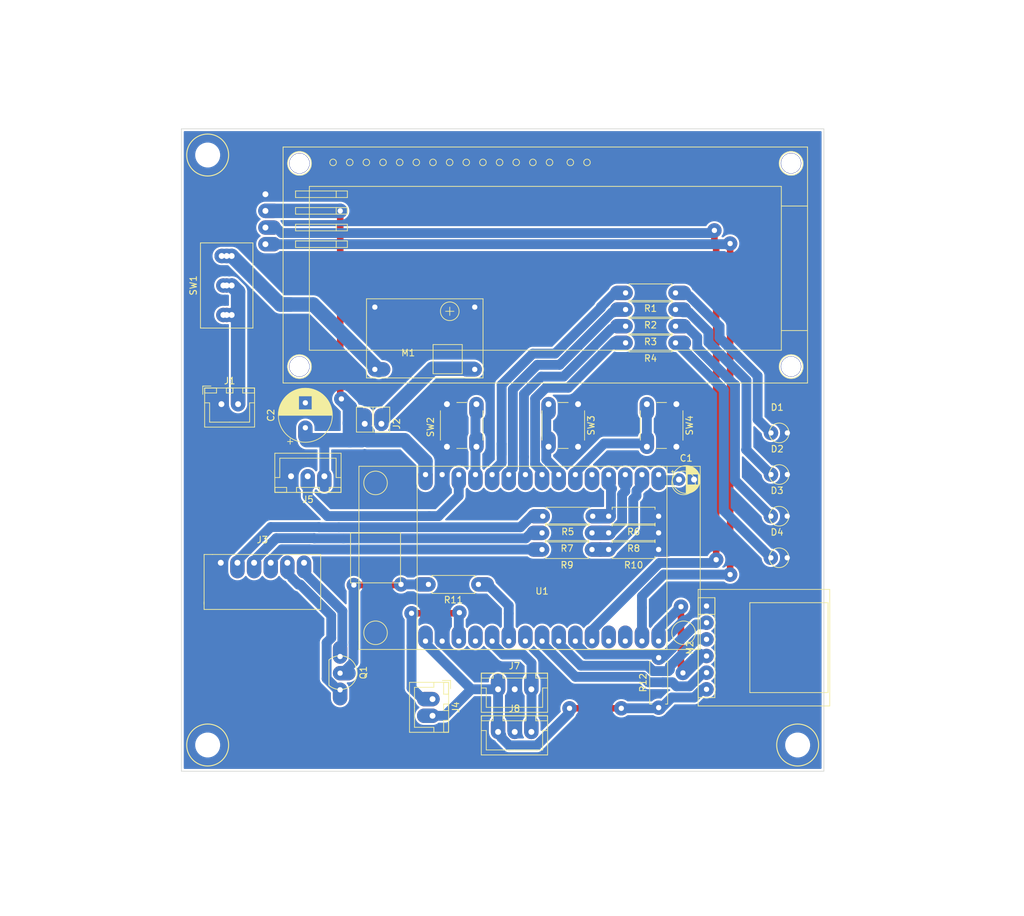
<source format=kicad_pcb>
(kicad_pcb (version 20171130) (host pcbnew "(5.1.6)-1")
  (layers (0 F.Cu signal) (31 B.Cu signal) (34 B.Paste user) (35 F.Paste user) (36 B.SilkS user) (37 F.SilkS user) (38 B.Mask user) (39 F.Mask user) (44 Edge.Cuts user))
  (net 0 "")
  (net 1 "Net-(C1-Pad1)")
  (net 2 GND)
  (net 3 +5V)
  (net 4 LED_GREEN)
  (net 5 LED_YELLOW)
  (net 6 LED_RED)
  (net 7 LED_BLUE)
  (net 8 "Net-(J2-Pad1)")
  (net 9 FAN_DIODE+)
  (net 10 FAN-)
  (net 11 DIAG_DIODE)
  (net 12 C2)
  (net 13 T)
  (net 14 +3V3)
  (net 15 MECH_THERM)
  (net 16 EXT_LED)
  (net 17 SDA)
  (net 18 SCL)
  (net 19 ONE_WIRE)
  (net 20 "Net-(M1-Pad4)")
  (net 21 MISO)
  (net 22 SCLK)
  (net 23 MOSI)
  (net 24 SD_CS)
  (net 25 "Net-(Q1-Pad2)")
  (net 26 S_PLUS)
  (net 27 S_FAN)
  (net 28 S_DIODE)
  (net 29 PWM)
  (net 30 BUTTON1)
  (net 31 BUTTON2)
  (net 32 BUTTON3)
  (net 33 "Net-(U1-Pad11)")
  (net 34 "Net-(U1-Pad18)")
  (net 35 "Net-(U1-Pad19)")
  (net 36 "Net-(U1-Pad27)")
  (net 37 "Net-(D1-Pad2)")
  (net 38 "Net-(D2-Pad2)")
  (net 39 "Net-(D3-Pad2)")
  (net 40 "Net-(D4-Pad2)")
  (net 41 "Net-(J1-Pad2)")
  (net 42 "Net-(U1-Pad24)")
  (module 0_my_footprints:myMountingHole_3.2mm_M3 (layer F.Cu) (at 52 30)
    (fp_text reference REF**)
    (fp_text value myMountingHole_3.2mm_M3)
    (pad "" np_thru_hole circle (at 0 0) (size 3.2 3.2) (drill 3.2) (layers *.Cu *.Mask))
  )
  (module 0_my_footprints:myMountingHole_3.2mm_M3 (layer F.Cu) (at 142 120)
    (fp_text reference REF**)
    (fp_text value myMountingHole_3.2mm_M3)
    (pad "" np_thru_hole circle (at 0 0) (size 3.2 3.2) (drill 3.2) (layers *.Cu *.Mask))
  )
  (module 0_my_footprints:SDCardReader (layer F.Cu) (at 128.1 98.8 270)
    (fp_text reference M2 (at 6.35 2.54 90) (layer F.SilkS))
    (fp_text value SD_TYP0)
    (pad 1 thru_hole circle (at 0 0 270) (size 2.2 2.2) (drill 0.8) (layers *.Cu *.Mask) (net 2 GND))
    (pad 2 thru_hole circle (at 2.54 0 270) (size 2.2 2.2) (drill 0.8) (layers *.Cu *.Mask) (net 21 MISO))
    (pad 3 thru_hole circle (at 5.08 0 270) (size 2.2 2.2) (drill 0.8) (layers *.Cu *.Mask) (net 22 SCLK))
    (pad 4 thru_hole circle (at 7.62 0 270) (size 2.2 2.2) (drill 0.8) (layers *.Cu *.Mask) (net 23 MOSI))
    (pad 5 thru_hole circle (at 10.16 0 270) (size 2.2 2.2) (drill 0.8) (layers *.Cu *.Mask) (net 24 SD_CS))
    (pad 6 thru_hole circle (at 12.7 0 270) (size 2.2 2.2) (drill 0.8) (layers *.Cu *.Mask) (net 14 +3V3))
  )
  (module 0_my_footprints:myMountingHole_3.2mm_M3 (layer F.Cu) (at 52 120)
    (fp_text reference REF**)
    (fp_text value myMountingHole_3.2mm_M3)
    (pad "" np_thru_hole circle (at 0 0) (size 3.2 3.2) (drill 3.2) (layers *.Cu *.Mask))
  )
  (module 0_my_footprints2:myLCD_2x16 (layer F.Cu) (at 63.5 64.77)
    (fp_text reference J6)
    (fp_text value LCD)
    (pad 1 thru_hole oval (at -2.69 -28.79) (size 3.47 2.2) (drill 0.9 (offset 0.635 0)) (layers *.Cu *.Mask) (net 2 GND))
    (pad 2 thru_hole oval (at -2.69 -26.25) (size 3.47 2.2) (drill 0.9 (offset 0.635 0)) (layers *.Cu *.Mask) (net 3 +5V))
    (pad 3 thru_hole oval (at -2.69 -23.71) (size 3.47 2.2) (drill 0.9 (offset 0.635 0)) (layers *.Cu *.Mask) (net 17 SDA))
    (pad 4 thru_hole oval (at -2.69 -21.17) (size 3.47 2.2) (drill 0.9 (offset 0.635 0)) (layers *.Cu *.Mask) (net 18 SCL))
    (pad ~ thru_hole circle (at 2.5 -33.5) (size 3.1 3.1) (drill 3) (layers *.Cu B.Mask))
    (pad ~ thru_hole circle (at 2.49 -2.51) (size 3.1 3.1) (drill 3) (layers *.Cu B.Mask))
    (pad ~ thru_hole circle (at 77.49 -2.51) (size 3.1 3.1) (drill 3) (layers *.Cu B.Mask))
    (pad ~ thru_hole circle (at 77.49 -33.51) (size 3.1 3.1) (drill 3) (layers *.Cu B.Mask))
  )
  (module 0_my_footprints:CP_my10uf (layer F.Cu) (at 124 79.5)
    (fp_text reference C1 (at 1 -3.25) (layer F.SilkS))
    (fp_text value 4.7uf)
    (pad 1 thru_hole circle (at -0.1 0) (size 1.9 1.9) (drill 0.9) (layers *.Cu *.Mask) (net 1 "Net-(C1-Pad1)"))
    (pad 2 thru_hole circle (at 2.2 0) (size 1.9 1.9) (drill 0.9) (layers *.Cu *.Mask) (net 2 GND))
  )
  (module 0_my_footprints2:CP_my100uf (layer F.Cu) (at 66.9 71.6 90)
    (fp_text reference C2 (at 1.9 -5.25 90) (layer F.SilkS))
    (fp_text value 100uf)
    (pad 1 thru_hole oval (at 0 0 90) (size 3.47 2.2) (drill 0.8 (offset -0.635 0)) (layers *.Cu *.Mask) (net 3 +5V))
    (pad 2 thru_hole oval (at 3.8 0 90) (size 3.47 2.2) (drill 0.8 (offset 0.535 0)) (layers *.Cu *.Mask) (net 2 GND))
  )
  (module 0_my_footprints2:led_small_green (layer F.Cu) (at 139.18 72.39 180)
    (fp_text reference D1 (at 0.3 3.9) (layer F.SilkS))
    (fp_text value GREEN)
    (pad 1 thru_hole circle (at -1.25 0 180) (size 2.2 2.2) (drill 0.8) (layers *.Cu *.Mask) (net 2 GND))
    (pad 2 thru_hole circle (at 1.25 0 180) (size 2.2 2.2) (drill 0.8) (layers *.Cu *.Mask) (net 37 "Net-(D1-Pad2)"))
  )
  (module 0_my_footprints2:led_small_yellow (layer F.Cu) (at 139.18 78.74 180)
    (fp_text reference D2 (at 0.3 3.9) (layer F.SilkS))
    (fp_text value YELLOW)
    (pad 1 thru_hole circle (at -1.25 0 180) (size 2.2 2.2) (drill 0.8) (layers *.Cu *.Mask) (net 2 GND))
    (pad 2 thru_hole circle (at 1.25 0 180) (size 2.2 2.2) (drill 0.8) (layers *.Cu *.Mask) (net 38 "Net-(D2-Pad2)"))
  )
  (module 0_my_footprints2:led_small_red (layer F.Cu) (at 139.16 85.09 180)
    (fp_text reference D3 (at 0.3 3.9) (layer F.SilkS))
    (fp_text value RED)
    (pad 1 thru_hole circle (at -1.25 0 180) (size 2.2 2.2) (drill 0.8) (layers *.Cu *.Mask) (net 2 GND))
    (pad 2 thru_hole circle (at 1.25 0 180) (size 2.2 2.2) (drill 0.8) (layers *.Cu *.Mask) (net 39 "Net-(D3-Pad2)"))
  )
  (module 0_my_footprints2:led_small_blue (layer F.Cu) (at 139.16 91.44 180)
    (fp_text reference D4 (at 0.3 3.9) (layer F.SilkS))
    (fp_text value BLUE)
    (pad 1 thru_hole circle (at -1.25 0 180) (size 2.2 2.2) (drill 0.8) (layers *.Cu *.Mask) (net 2 GND))
    (pad 2 thru_hole circle (at 1.25 0 180) (size 2.2 2.2) (drill 0.8) (layers *.Cu *.Mask) (net 40 "Net-(D4-Pad2)"))
  )
  (module 0_my_footprints2:pinHeader1x2 (layer F.Cu) (at 78.5 71 270)
    (fp_text reference J2 (at 0 -2.33 90) (layer F.SilkS))
    (fp_text value 5V_JUMP)
    (pad 1 thru_hole oval (at 0 0 270) (size 3.47 2.2) (drill 0.9 (offset -0.635 0)) (layers *.Cu *.Mask) (net 8 "Net-(J2-Pad1)"))
    (pad 2 thru_hole oval (at 0 2.54 270) (size 3.47 2.2) (drill 0.9 (offset -0.635 0)) (layers *.Cu *.Mask) (net 3 +5V))
  )
  (module 0_my_footprints2:JST3 (layer F.Cu) (at 69.8 79 180)
    (fp_text reference J5 (at 2.5 -3.55) (layer F.SilkS))
    (fp_text value EXT_LED)
    (pad 3 thru_hole oval (at 5.08 0 180) (size 2.2 3.47) (drill 0.9 (offset 0 -0.635)) (layers *.Cu *.Mask) (net 2 GND))
    (pad 2 thru_hole oval (at 2.54 0 180) (size 2.2 3.47) (drill 0.9 (offset 0 -0.635)) (layers *.Cu *.Mask) (net 16 EXT_LED))
    (pad 1 thru_hole oval (at 0 0 180) (size 2.2 3.47) (drill 0.9 (offset 0 -0.635)) (layers *.Cu *.Mask) (net 3 +5V))
  )
  (module 0_my_footprints2:JST3 (layer F.Cu) (at 96.3 111.5)
    (fp_text reference J7 (at 2.5 -3.55) (layer F.SilkS))
    (fp_text value TEMP1)
    (pad 1 thru_hole oval (at 0 0) (size 2.2 3.47) (drill 0.9 (offset 0 -0.635)) (layers *.Cu *.Mask) (net 14 +3V3))
    (pad 2 thru_hole oval (at 2.54 0) (size 2.2 3.47) (drill 0.9 (offset 0 -0.635)) (layers *.Cu *.Mask) (net 2 GND))
    (pad 3 thru_hole oval (at 5.08 0) (size 2.2 3.47) (drill 0.9 (offset 0 -0.635)) (layers *.Cu *.Mask) (net 19 ONE_WIRE))
  )
  (module 0_my_footprints2:JST3 (layer F.Cu) (at 96.3 118)
    (fp_text reference J8 (at 2.5 -3.55) (layer F.SilkS))
    (fp_text value TEMP2)
    (pad 1 thru_hole oval (at 0 0) (size 2.2 3.47) (drill 0.9 (offset 0 -0.635)) (layers *.Cu *.Mask) (net 14 +3V3))
    (pad 2 thru_hole oval (at 2.54 0) (size 2.2 3.47) (drill 0.9 (offset 0 -0.635)) (layers *.Cu *.Mask) (net 2 GND))
    (pad 3 thru_hole oval (at 5.08 0) (size 2.2 3.47) (drill 0.9 (offset 0 -0.635)) (layers *.Cu *.Mask) (net 19 ONE_WIRE))
  )
  (module 0_my_footprints2:buck-mini360 (layer F.Cu) (at 77.5 53.2)
    (fp_text reference M1 (at 5.08 6.985) (layer F.SilkS))
    (fp_text value BUCK01)
    (pad 1 thru_hole oval (at 0 0) (size 3.47 2.2) (drill 0.8 (offset 0.635 0)) (layers *.Cu *.Mask) (net 2 GND))
    (pad 2 thru_hole oval (at 15.24 0) (size 3.47 2.2) (drill 0.8 (offset -0.635 0)) (layers *.Cu *.Mask) (net 2 GND))
    (pad 3 thru_hole oval (at 15.24 9.5) (size 3.47 2.2) (drill 0.8 (offset -0.635 0)) (layers *.Cu *.Mask) (net 8 "Net-(J2-Pad1)"))
    (pad 4 thru_hole oval (at 0 9.5) (size 3.47 2.2) (drill 0.8 (offset 0.635 0)) (layers *.Cu *.Mask) (net 20 "Net-(M1-Pad4)"))
  )
  (module 0_my_footprints2:transistor (layer F.Cu) (at 72.2 106.5 270)
    (fp_text reference Q1 (at 2.46 -3.56 90) (layer F.SilkS))
    (fp_text value BC547)
    (pad 2 thru_hole oval (at 2.54 0 270) (size 2.2 3.47) (drill 0.8 (offset 0 -0.635)) (layers *.Cu *.Mask) (net 25 "Net-(Q1-Pad2)"))
    (pad 3 thru_hole oval (at 5.08 0 270) (size 3.47 2.2) (drill 0.8 (offset 0.635 0)) (layers *.Cu *.Mask) (net 12 C2))
    (pad 1 thru_hole oval (at 0 0 270) (size 3.47 2.2) (drill 0.8 (offset -0.635 0)) (layers *.Cu *.Mask) (net 13 T))
  )
  (module 0_my_footprints2:resistor (layer F.Cu) (at 123.37 51.03 180)
    (fp_text reference R1 (at 3.81 -2.37) (layer F.SilkS))
    (fp_text value 220)
    (pad 1 thru_hole oval (at 0 0 180) (size 3.47 2.2) (drill 0.8 (offset -0.635 0)) (layers *.Cu *.Mask) (net 37 "Net-(D1-Pad2)"))
    (pad 2 thru_hole oval (at 7.62 0 180) (size 3.47 2.2) (drill 0.8 (offset 0.635 0)) (layers *.Cu *.Mask) (net 4 LED_GREEN))
  )
  (module 0_my_footprints2:resistor (layer F.Cu) (at 123.37 53.57 180)
    (fp_text reference R2 (at 3.81 -2.37) (layer F.SilkS))
    (fp_text value 220)
    (pad 1 thru_hole oval (at 0 0 180) (size 3.47 2.2) (drill 0.8 (offset -0.635 0)) (layers *.Cu *.Mask) (net 38 "Net-(D2-Pad2)"))
    (pad 2 thru_hole oval (at 7.62 0 180) (size 3.47 2.2) (drill 0.8 (offset 0.635 0)) (layers *.Cu *.Mask) (net 5 LED_YELLOW))
  )
  (module 0_my_footprints2:resistor (layer F.Cu) (at 123.37 56.11 180)
    (fp_text reference R3 (at 3.81 -2.37) (layer F.SilkS))
    (fp_text value 220)
    (pad 2 thru_hole oval (at 7.62 0 180) (size 3.47 2.2) (drill 0.8 (offset 0.635 0)) (layers *.Cu *.Mask) (net 6 LED_RED))
    (pad 1 thru_hole oval (at 0 0 180) (size 3.47 2.2) (drill 0.8 (offset -0.635 0)) (layers *.Cu *.Mask) (net 39 "Net-(D3-Pad2)"))
  )
  (module 0_my_footprints2:resistor (layer F.Cu) (at 123.37 58.65 180)
    (fp_text reference R4 (at 3.81 -2.37) (layer F.SilkS))
    (fp_text value 220)
    (pad 1 thru_hole oval (at 0 0 180) (size 3.47 2.2) (drill 0.8 (offset -0.635 0)) (layers *.Cu *.Mask) (net 40 "Net-(D4-Pad2)"))
    (pad 2 thru_hole oval (at 7.62 0 180) (size 3.47 2.2) (drill 0.8 (offset 0.635 0)) (layers *.Cu *.Mask) (net 7 LED_BLUE))
  )
  (module 0_my_footprints2:resistor (layer F.Cu) (at 110.74 85.1 180)
    (fp_text reference R5 (at 3.81 -2.37) (layer F.SilkS))
    (fp_text value 10K)
    (pad 1 thru_hole oval (at 0 0 180) (size 3.47 2.2) (drill 0.8 (offset -0.635 0)) (layers *.Cu *.Mask) (net 26 S_PLUS))
    (pad 2 thru_hole oval (at 7.62 0 180) (size 3.47 2.2) (drill 0.8 (offset 0.635 0)) (layers *.Cu *.Mask) (net 9 FAN_DIODE+))
  )
  (module 0_my_footprints2:resistor (layer F.Cu) (at 120.79 85.1 180)
    (fp_text reference R6 (at 3.81 -2.37) (layer F.SilkS))
    (fp_text value 2K)
    (pad 2 thru_hole oval (at 7.62 0 180) (size 3.47 2.2) (drill 0.8 (offset 0.635 0)) (layers *.Cu *.Mask) (net 26 S_PLUS))
    (pad 1 thru_hole oval (at 0 0 180) (size 3.47 2.2) (drill 0.8 (offset -0.635 0)) (layers *.Cu *.Mask) (net 2 GND))
  )
  (module 0_my_footprints2:resistor (layer F.Cu) (at 110.63 87.64 180)
    (fp_text reference R7 (at 3.81 -2.37) (layer F.SilkS))
    (fp_text value 10K)
    (pad 2 thru_hole oval (at 7.62 0 180) (size 3.47 2.2) (drill 0.8 (offset 0.635 0)) (layers *.Cu *.Mask) (net 10 FAN-))
    (pad 1 thru_hole oval (at 0 0 180) (size 3.47 2.2) (drill 0.8 (offset -0.635 0)) (layers *.Cu *.Mask) (net 27 S_FAN))
  )
  (module 0_my_footprints2:resistor (layer F.Cu) (at 120.79 87.64 180)
    (fp_text reference R8 (at 3.81 -2.37) (layer F.SilkS))
    (fp_text value 2K)
    (pad 1 thru_hole oval (at 0 0 180) (size 3.47 2.2) (drill 0.8 (offset -0.635 0)) (layers *.Cu *.Mask) (net 2 GND))
    (pad 2 thru_hole oval (at 7.62 0 180) (size 3.47 2.2) (drill 0.8 (offset 0.635 0)) (layers *.Cu *.Mask) (net 27 S_FAN))
  )
  (module 0_my_footprints2:resistor (layer F.Cu) (at 110.63 90.18 180)
    (fp_text reference R9 (at 3.81 -2.37) (layer F.SilkS))
    (fp_text value 10K)
    (pad 2 thru_hole oval (at 7.62 0 180) (size 3.47 2.2) (drill 0.8 (offset 0.635 0)) (layers *.Cu *.Mask) (net 11 DIAG_DIODE))
    (pad 1 thru_hole oval (at 0 0 180) (size 3.47 2.2) (drill 0.8 (offset -0.635 0)) (layers *.Cu *.Mask) (net 28 S_DIODE))
  )
  (module 0_my_footprints2:resistor (layer F.Cu) (at 120.79 90.18 180)
    (fp_text reference R10 (at 3.81 -2.37) (layer F.SilkS))
    (fp_text value 2K)
    (pad 1 thru_hole oval (at 0 0 180) (size 3.47 2.2) (drill 0.8 (offset -0.635 0)) (layers *.Cu *.Mask) (net 2 GND))
    (pad 2 thru_hole oval (at 7.62 0 180) (size 3.47 2.2) (drill 0.8 (offset 0.635 0)) (layers *.Cu *.Mask) (net 28 S_DIODE))
  )
  (module 0_my_footprints2:resistor (layer F.Cu) (at 93.3 95.5 180)
    (fp_text reference R11 (at 3.81 -2.37) (layer F.SilkS))
    (fp_text value 4.7K)
    (pad 2 thru_hole oval (at 7.62 0 180) (size 3.47 2.2) (drill 0.8 (offset 0.635 0)) (layers *.Cu *.Mask) (net 25 "Net-(Q1-Pad2)"))
    (pad 1 thru_hole oval (at 0 0 180) (size 3.47 2.2) (drill 0.8 (offset -0.635 0)) (layers *.Cu *.Mask) (net 29 PWM))
  )
  (module 0_my_footprints2:resistor (layer F.Cu) (at 120.8 114.3 90)
    (fp_text reference R12 (at 3.81 -2.37 90) (layer F.SilkS))
    (fp_text value 10K)
    (pad 2 thru_hole circle (at 7.62 0 90) (size 2.2 2.2) (drill 0.8) (layers *.Cu *.Mask) (net 21 MISO))
    (pad 1 thru_hole circle (at 0 0 90) (size 2.2 2.2) (drill 0.8) (layers *.Cu *.Mask) (net 14 +3V3))
  )
  (module 0_my_footprints2:SW_DPDT_BLUE_LEVER (layer F.Cu) (at 54.9 49.9 270)
    (fp_text reference SW1 (at 0 5.08 90) (layer F.SilkS))
    (fp_text value ON/OFF)
    (pad 3 thru_hole circle (at 4.5 0.508 270) (size 2.2 2.2) (drill 0.9) (layers *.Cu *.Mask) (net 41 "Net-(J1-Pad2)"))
    (pad 3 thru_hole circle (at 4.5 -0.762 270) (size 2.2 2.2) (drill 0.9) (layers *.Cu *.Mask) (net 41 "Net-(J1-Pad2)"))
    (pad 2 thru_hole circle (at 0 0.508 270) (size 2.2 2.2) (drill 0.9) (layers *.Cu *.Mask) (net 41 "Net-(J1-Pad2)"))
    (pad 2 thru_hole circle (at 0 -0.762 270) (size 2.2 2.2) (drill 0.9) (layers *.Cu *.Mask) (net 41 "Net-(J1-Pad2)"))
    (pad 1 thru_hole circle (at -4.5 0.762 270) (size 2.2 2.2) (drill 0.9) (layers *.Cu *.Mask) (net 20 "Net-(M1-Pad4)"))
    (pad 1 thru_hole circle (at -4.5 -0.762 270) (size 2.2 2.2) (drill 0.9) (layers *.Cu *.Mask) (net 20 "Net-(M1-Pad4)"))
    (pad 1 thru_hole circle (at -4.5 0 270) (size 2.2 2.2) (drill 0.9) (layers *.Cu *.Mask) (net 20 "Net-(M1-Pad4)"))
    (pad 2 thru_hole circle (at 0 0 270) (size 2.2 2.2) (drill 0.9) (layers *.Cu *.Mask) (net 41 "Net-(J1-Pad2)"))
    (pad 3 thru_hole circle (at 4.5 0 270) (size 2.2 2.2) (drill 0.9) (layers *.Cu *.Mask) (net 41 "Net-(J1-Pad2)"))
  )
  (module 0_my_footprints2:button_6mm_H12 (layer F.Cu) (at 88.5 74.5 90)
    (fp_text reference SW2 (at 3 -2.5 90) (layer F.SilkS))
    (fp_text value BUTTON1)
    (pad 2 thru_hole oval (at 0 4.5 180) (size 2.2 3.47) (drill 0.9 (offset 0 0.635)) (layers *.Cu *.Mask) (net 30 BUTTON1))
    (pad 1 thru_hole oval (at 0 0 180) (size 2.2 3.47) (drill 0.9 (offset 0 0.635)) (layers *.Cu *.Mask) (net 2 GND))
    (pad 2 thru_hole oval (at 6.5 4.5 180) (size 2.2 3.47) (drill 0.9 (offset 0 -0.635)) (layers *.Cu *.Mask) (net 30 BUTTON1))
    (pad 1 thru_hole oval (at 6.5 0 180) (size 2.2 3.47) (drill 0.9 (offset 0 -0.635)) (layers *.Cu *.Mask) (net 2 GND))
  )
  (module 0_my_footprints2:button_6mm_H12 (layer F.Cu) (at 108.5 68 270)
    (fp_text reference SW3 (at 3.25 -2 90) (layer F.SilkS))
    (fp_text value BUTTON2)
    (pad 2 thru_hole oval (at 0 4.5) (size 2.2 3.47) (drill 0.9 (offset 0 0.635)) (layers *.Cu *.Mask) (net 31 BUTTON2))
    (pad 1 thru_hole oval (at 0 0) (size 2.2 3.47) (drill 0.9 (offset 0 0.635)) (layers *.Cu *.Mask) (net 2 GND))
    (pad 2 thru_hole oval (at 6.5 4.5) (size 2.2 3.47) (drill 0.9 (offset 0 -0.635)) (layers *.Cu *.Mask) (net 31 BUTTON2))
    (pad 1 thru_hole oval (at 6.5 0) (size 2.2 3.47) (drill 0.9 (offset 0 -0.635)) (layers *.Cu *.Mask) (net 2 GND))
  )
  (module 0_my_footprints2:button_6mm_H12 (layer F.Cu) (at 123.5 68 270)
    (fp_text reference SW4 (at 3.25 -2 90) (layer F.SilkS))
    (fp_text value BUTTON3)
    (pad 1 thru_hole oval (at 6.5 0) (size 2.2 3.47) (drill 0.9 (offset 0 -0.635)) (layers *.Cu *.Mask) (net 2 GND))
    (pad 2 thru_hole oval (at 6.5 4.5) (size 2.2 3.47) (drill 0.9 (offset 0 -0.635)) (layers *.Cu *.Mask) (net 32 BUTTON3))
    (pad 1 thru_hole oval (at 0 0) (size 2.2 3.47) (drill 0.9 (offset 0 0.635)) (layers *.Cu *.Mask) (net 2 GND))
    (pad 2 thru_hole oval (at 0 4.5) (size 2.2 3.47) (drill 0.9 (offset 0 0.635)) (layers *.Cu *.Mask) (net 32 BUTTON3))
  )
  (module 0_my_footprints2:esp32_dev_0 (layer F.Cu) (at 103.01 91.45)
    (fp_text reference U1 (at 0 5.08) (layer F.SilkS))
    (fp_text value ESP32_DEV_0)
    (pad 1 thru_hole oval (at -17.78 -12.7) (size 2.2 3.47) (drill 0.8 (offset 0 0.635)) (layers *.Cu *.Mask) (net 3 +5V))
    (pad 2 thru_hole oval (at -15.24 -12.7) (size 2.2 3.47) (drill 0.8 (offset 0 0.635)) (layers *.Cu *.Mask) (net 2 GND))
    (pad 3 thru_hole oval (at -12.7 -12.7) (size 2.2 3.47) (drill 0.8 (offset 0 0.635)) (layers *.Cu *.Mask) (net 16 EXT_LED))
    (pad 4 thru_hole oval (at -10.16 -12.7) (size 2.2 3.47) (drill 0.8 (offset 0 0.635)) (layers *.Cu *.Mask) (net 30 BUTTON1))
    (pad 5 thru_hole oval (at -7.62 -12.7) (size 2.2 3.47) (drill 0.8 (offset 0 0.635)) (layers *.Cu *.Mask) (net 4 LED_GREEN))
    (pad 6 thru_hole oval (at -5.08 -12.7) (size 2.2 3.47) (drill 0.8 (offset 0 0.635)) (layers *.Cu *.Mask) (net 5 LED_YELLOW))
    (pad 7 thru_hole oval (at -2.54 -12.7) (size 2.2 3.47) (drill 0.8 (offset 0 0.635)) (layers *.Cu *.Mask) (net 6 LED_RED))
    (pad 8 thru_hole oval (at 0 -12.7) (size 2.2 3.47) (drill 0.8 (offset 0 0.635)) (layers *.Cu *.Mask) (net 7 LED_BLUE))
    (pad 9 thru_hole oval (at 2.54 -12.7) (size 2.2 3.47) (drill 0.8 (offset 0 0.635)) (layers *.Cu *.Mask) (net 31 BUTTON2))
    (pad 10 thru_hole oval (at 5.08 -12.7) (size 2.2 3.47) (drill 0.8 (offset 0 0.635)) (layers *.Cu *.Mask) (net 32 BUTTON3))
    (pad 11 thru_hole oval (at 7.62 -12.7) (size 2.2 3.47) (drill 0.8 (offset 0 0.635)) (layers *.Cu *.Mask) (net 33 "Net-(U1-Pad11)"))
    (pad 12 thru_hole oval (at 10.16 -12.7) (size 2.2 3.47) (drill 0.8 (offset 0 0.635)) (layers *.Cu *.Mask) (net 26 S_PLUS))
    (pad 13 thru_hole oval (at 12.7 -12.7) (size 2.2 3.47) (drill 0.8 (offset 0 0.635)) (layers *.Cu *.Mask) (net 27 S_FAN))
    (pad 14 thru_hole oval (at 15.24 -12.7) (size 2.2 3.47) (drill 0.8 (offset 0 0.635)) (layers *.Cu *.Mask) (net 28 S_DIODE))
    (pad 15 thru_hole oval (at 17.78 -12.7) (size 2.2 3.47) (drill 0.8 (offset 0 0.635)) (layers *.Cu *.Mask) (net 1 "Net-(C1-Pad1)"))
    (pad 16 thru_hole oval (at 17.78 12.7) (size 2.2 3.47) (drill 0.8 (offset 0 -0.635)) (layers *.Cu *.Mask) (net 23 MOSI))
    (pad 17 thru_hole oval (at 15.24 12.7) (size 2.2 3.47) (drill 0.8 (offset 0 -0.635)) (layers *.Cu *.Mask) (net 18 SCL))
    (pad 18 thru_hole oval (at 12.7 12.7) (size 2.2 3.47) (drill 0.8 (offset 0 -0.635)) (layers *.Cu *.Mask) (net 34 "Net-(U1-Pad18)"))
    (pad 19 thru_hole oval (at 10.16 12.7) (size 2.2 3.47) (drill 0.8 (offset 0 -0.635)) (layers *.Cu *.Mask) (net 35 "Net-(U1-Pad19)"))
    (pad 20 thru_hole oval (at 7.62 12.7) (size 2.2 3.47) (drill 0.8 (offset 0 -0.635)) (layers *.Cu *.Mask) (net 17 SDA))
    (pad 21 thru_hole oval (at 5.08 12.7) (size 2.2 3.47) (drill 0.8 (offset 0 -0.635)) (layers *.Cu *.Mask) (net 21 MISO))
    (pad 22 thru_hole oval (at 2.54 12.7) (size 2.2 3.47) (drill 0.8 (offset 0 -0.635)) (layers *.Cu *.Mask) (net 22 SCLK))
    (pad 23 thru_hole oval (at 0 12.7) (size 2.2 3.47) (drill 0.8 (offset 0 -0.635)) (layers *.Cu *.Mask) (net 24 SD_CS))
    (pad 24 thru_hole oval (at -2.54 12.7) (size 2.2 3.47) (drill 0.8 (offset 0 -0.635)) (layers *.Cu *.Mask) (net 42 "Net-(U1-Pad24)"))
    (pad 25 thru_hole oval (at -5.08 12.7) (size 2.2 3.47) (drill 0.8 (offset 0 -0.635)) (layers *.Cu *.Mask) (net 29 PWM))
    (pad 26 thru_hole oval (at -7.62 12.7) (size 2.2 3.47) (drill 0.8 (offset 0 -0.635)) (layers *.Cu *.Mask) (net 19 ONE_WIRE))
    (pad 27 thru_hole oval (at -10.16 12.7) (size 2.2 3.47) (drill 0.8 (offset 0 -0.635)) (layers *.Cu *.Mask) (net 36 "Net-(U1-Pad27)"))
    (pad 28 thru_hole oval (at -12.7 12.7) (size 2.2 3.47) (drill 0.8 (offset 0 -0.635)) (layers *.Cu *.Mask) (net 15 MECH_THERM))
    (pad 29 thru_hole oval (at -15.24 12.7) (size 2.2 3.47) (drill 0.8 (offset 0 -0.635)) (layers *.Cu *.Mask) (net 2 GND))
    (pad 30 thru_hole oval (at -17.78 12.7) (size 2.2 3.47) (drill 0.8 (offset 0 -0.635)) (layers *.Cu *.Mask) (net 14 +3V3))
  )
  (module 0_my_footprints:myJSTx02 (layer F.Cu) (at 86.3 113 270)
    (fp_text reference J4 (at 1.25 -3.55 90) (layer F.SilkS))
    (fp_text value MECH_THERM)
    (pad 1 thru_hole oval (at 0 0 270) (size 2.2 3.47) (drill 0.9 (offset 0 0.635)) (layers *.Cu *.Mask) (net 15 MECH_THERM))
    (pad 2 thru_hole oval (at 2.54 0 270) (size 2.2 3.47) (drill 0.9 (offset 0 0.635)) (layers *.Cu *.Mask) (net 14 +3V3))
  )
  (module 0_my_footprints:myJSTx02 (layer F.Cu) (at 54.1 68)
    (fp_text reference J1 (at 1.25 -3.55) (layer F.SilkS))
    (fp_text value 12V_IN)
    (pad 1 thru_hole oval (at 0 0) (size 2.2 3.47) (drill 0.9 (offset 0 -0.635)) (layers *.Cu *.Mask) (net 2 GND))
    (pad 2 thru_hole oval (at 2.54 0) (size 2.2 3.47) (drill 0.9 (offset 0 -0.635)) (layers *.Cu *.Mask) (net 41 "Net-(J1-Pad2)"))
  )
  (module 0_my_footprints2:myJST6_right (layer F.Cu) (at 54 92.2)
    (fp_text reference J3 (at 6.35 -3.5) (layer F.SilkS))
    (fp_text value MINI_BOX)
    (pad 1 thru_hole oval (at 0 0) (size 2.2 3.47) (drill 0.9 (offset 0 0.635)) (layers *.Cu *.Mask) (net 2 GND))
    (pad 2 thru_hole oval (at 2.54 0) (size 2.2 3.47) (drill 0.9 (offset 0 0.635)) (layers *.Cu *.Mask) (net 9 FAN_DIODE+))
    (pad 3 thru_hole oval (at 5.08 0) (size 2.2 3.47) (drill 0.9 (offset 0 0.635)) (layers *.Cu *.Mask) (net 10 FAN-))
    (pad 4 thru_hole oval (at 7.62 0) (size 2.2 3.47) (drill 0.9 (offset 0 0.635)) (layers *.Cu *.Mask) (net 11 DIAG_DIODE))
    (pad 5 thru_hole oval (at 10.16 0) (size 2.2 3.47) (drill 0.9 (offset 0 0.635)) (layers *.Cu *.Mask) (net 12 C2))
    (pad 6 thru_hole oval (at 12.7 0) (size 2.2 3.47) (drill 0.9 (offset 0 0.635)) (layers *.Cu *.Mask) (net 13 T))
  )
  (gr_line (start 146 124) (end 48 124) (layer Edge.Cuts) (width 0.1))
  (gr_line (start 146 26) (end 146 124) (layer Edge.Cuts) (width 0.1))
  (gr_line (start 48 26) (end 146 26) (layer Edge.Cuts) (width 0.1))
  (gr_line (start 48 124) (end 48 26) (layer Edge.Cuts) (width 0.1))
  (segment (start 120.79 78.75) (end 120.79 78.99) (width 1.5) (layer B.Cu) (net 1))
  (segment (start 120.79 78.99) (end 121.4 79.6) (width 1.5) (layer B.Cu) (net 1))
  (segment (start 121.4 79.6) (end 123.7 79.6) (width 1.5) (layer B.Cu) (net 1))
  (segment (start 60.81 38.52) (end 72.22 38.52) (width 2.2) (layer B.Cu) (net 3))
  (segment (start 72.22 38.52) (end 72.22 38.52) (width 2.2) (layer B.Cu) (net 3))
  (via (at 72.22 38.52) (size 2.2) (drill 0.8) (layers F.Cu B.Cu) (net 3))
  (segment (start 72.4 67.2) (end 72.4 67.2) (width 2.2) (layer B.Cu) (net 3))
  (via (at 72.4 67.2) (size 2.2) (drill 0.8) (layers F.Cu B.Cu) (net 3))
  (segment (start 72.22 67.02) (end 72.4 67.2) (width 1) (layer F.Cu) (net 3))
  (segment (start 72.22 38.52) (end 72.22 67.02) (width 1) (layer F.Cu) (net 3))
  (segment (start 73.7 73.5) (end 73.7 70.9) (width 2.2) (layer B.Cu) (net 3))
  (segment (start 73.7 70.9) (end 75.1 69.5) (width 2.2) (layer B.Cu) (net 3))
  (segment (start 75.5 73.5) (end 73.7 73.5) (width 2.2) (layer B.Cu) (net 3))
  (segment (start 75.5 71.4) (end 75.5 73.5) (width 2.2) (layer B.Cu) (net 3))
  (segment (start 76.4 72.3) (end 75.5 71.4) (width 2.2) (layer B.Cu) (net 3))
  (segment (start 85.23 76.73) (end 82 73.5) (width 2.2) (layer B.Cu) (net 3))
  (segment (start 85.23 78.75) (end 85.23 76.73) (width 2.2) (layer B.Cu) (net 3))
  (segment (start 82 73.5) (end 76.4 73.5) (width 2.2) (layer B.Cu) (net 3))
  (segment (start 76.4 73.5) (end 76.4 72.3) (width 2.2) (layer B.Cu) (net 3))
  (segment (start 73.7 68.5) (end 72.4 67.2) (width 2.2) (layer B.Cu) (net 3))
  (segment (start 73.7 70.9) (end 73.7 68.5) (width 2.2) (layer B.Cu) (net 3))
  (segment (start 69.8 79) (end 69.8 73.5) (width 1.5) (layer B.Cu) (net 3))
  (segment (start 73.7 73.5) (end 69.8 73.5) (width 2.2) (layer B.Cu) (net 3))
  (segment (start 69.8 73.5) (end 67.1 73.5) (width 2.2) (layer B.Cu) (net 3))
  (segment (start 111.990839 53.16001) (end 111.990839 53.295834) (width 1.5) (layer B.Cu) (net 4))
  (segment (start 115.75 51.03) (end 114.120849 51.03) (width 1.5) (layer B.Cu) (net 4))
  (segment (start 114.120849 51.03) (end 111.990839 53.16001) (width 1.5) (layer B.Cu) (net 4))
  (segment (start 101.588328 60.29999) (end 96.84996 65.038358) (width 1.5) (layer B.Cu) (net 4))
  (segment (start 111.990839 53.295834) (end 104.986683 60.29999) (width 1.5) (layer B.Cu) (net 4))
  (segment (start 104.986683 60.29999) (end 101.588328 60.29999) (width 1.5) (layer B.Cu) (net 4))
  (segment (start 95.39 78.75) (end 95.39 78.390849) (width 1.5) (layer B.Cu) (net 4))
  (segment (start 95.39 78.390849) (end 96.84996 76.930889) (width 1.5) (layer B.Cu) (net 4))
  (segment (start 96.84996 65.038358) (end 96.84996 74.04996) (width 1.5) (layer B.Cu) (net 4))
  (segment (start 96.84996 76.930889) (end 96.84996 74.04996) (width 1.5) (layer B.Cu) (net 4))
  (segment (start 96.84996 74.04996) (end 96.84996 75.745863) (width 1.5) (layer B.Cu) (net 4))
  (segment (start 105.691648 61.999201) (end 113.690849 54) (width 1.5) (layer B.Cu) (net 5))
  (segment (start 105.691648 62) (end 105.691648 61.999201) (width 1.5) (layer B.Cu) (net 5))
  (segment (start 97.93 78.75) (end 97.93 78.37) (width 1.5) (layer B.Cu) (net 5))
  (segment (start 102.292495 62) (end 105.691648 62) (width 1.5) (layer B.Cu) (net 5))
  (segment (start 97.93 78.37) (end 98.54997 77.75003) (width 1.5) (layer B.Cu) (net 5))
  (segment (start 113.690849 54) (end 114 54) (width 1.5) (layer B.Cu) (net 5))
  (segment (start 98.54997 65.742525) (end 102.292495 62) (width 1.5) (layer B.Cu) (net 5))
  (segment (start 98.54997 77.75003) (end 98.54997 65.742525) (width 1.5) (layer B.Cu) (net 5))
  (segment (start 102.896682 63.79999) (end 106.295834 63.79999) (width 1.5) (layer B.Cu) (net 6))
  (segment (start 100.24998 66.446692) (end 102.896682 63.79999) (width 1.5) (layer B.Cu) (net 6))
  (segment (start 100.24998 76.053308) (end 100.24998 66.446692) (width 1.5) (layer B.Cu) (net 6))
  (segment (start 106.295834 63.79999) (end 113.595824 56.5) (width 1.5) (layer B.Cu) (net 6))
  (segment (start 100.24998 77.95002) (end 100.3 78.00004) (width 1.5) (layer B.Cu) (net 6))
  (segment (start 100.24998 76.053308) (end 100.24998 77.95002) (width 1.5) (layer B.Cu) (net 6))
  (segment (start 100.3 78.00004) (end 100.3 79.2) (width 1.5) (layer B.Cu) (net 6))
  (segment (start 107 65.5) (end 114 58.5) (width 1.5) (layer B.Cu) (net 7))
  (segment (start 103.01 78.75) (end 103.01 78.21) (width 1.5) (layer B.Cu) (net 7))
  (segment (start 101.94999 77.14999) (end 101.94999 67.150859) (width 1.5) (layer B.Cu) (net 7))
  (segment (start 103.01 78.21) (end 101.94999 77.14999) (width 1.5) (layer B.Cu) (net 7))
  (segment (start 101.94999 67.150859) (end 103.600849 65.5) (width 1.5) (layer B.Cu) (net 7))
  (segment (start 103.600849 65.5) (end 107 65.5) (width 1.5) (layer B.Cu) (net 7))
  (segment (start 78.5 71) (end 78.5 70.4) (width 2.2) (layer B.Cu) (net 8))
  (segment (start 78.5 70.4) (end 86.3 62.6) (width 2.2) (layer B.Cu) (net 8))
  (segment (start 86.3 62.6) (end 92.6 62.6) (width 2.2) (layer B.Cu) (net 8))
  (segment (start 99.700869 86.77998) (end 101.380849 85.1) (width 1.5) (layer B.Cu) (net 9))
  (segment (start 72.007492 86.77998) (end 99.700869 86.77998) (width 1.5) (layer B.Cu) (net 9))
  (segment (start 101.380849 85.1) (end 103.12 85.1) (width 1.5) (layer B.Cu) (net 9))
  (segment (start 61.630879 86.74997) (end 56.7 91.680849) (width 1.5) (layer B.Cu) (net 9))
  (segment (start 68.957475 86.74997) (end 61.630879 86.74997) (width 1.5) (layer B.Cu) (net 9))
  (segment (start 72.007492 86.77998) (end 68.987485 86.77998) (width 1.5) (layer B.Cu) (net 9))
  (segment (start 68.987485 86.77998) (end 68.957475 86.74997) (width 1.5) (layer B.Cu) (net 9))
  (segment (start 101.36 87.64) (end 103.01 87.64) (width 1.5) (layer B.Cu) (net 10))
  (segment (start 100.52001 88.47999) (end 101.36 87.64) (width 1.5) (layer B.Cu) (net 10))
  (segment (start 72.711658 88.47999) (end 100.52001 88.47999) (width 1.5) (layer B.Cu) (net 10))
  (segment (start 62.470869 88.44998) (end 59.56999 91.350859) (width 1.5) (layer B.Cu) (net 10))
  (segment (start 72.711658 88.47999) (end 68.283318 88.47999) (width 1.5) (layer B.Cu) (net 10))
  (segment (start 68.253308 88.44998) (end 62.470869 88.44998) (width 1.5) (layer B.Cu) (net 10))
  (segment (start 68.283318 88.47999) (end 68.253308 88.44998) (width 1.5) (layer B.Cu) (net 10))
  (segment (start 73.415824 90.18) (end 74.82 90.18) (width 1.5) (layer B.Cu) (net 11))
  (segment (start 103.01 90.18) (end 74.82 90.18) (width 1.5) (layer B.Cu) (net 11))
  (segment (start 63.310859 90.14999) (end 61.8 91.660849) (width 1.5) (layer B.Cu) (net 11))
  (segment (start 67.549141 90.14999) (end 63.310859 90.14999) (width 1.5) (layer B.Cu) (net 11))
  (segment (start 73.415824 90.18) (end 67.579151 90.18) (width 1.5) (layer B.Cu) (net 11))
  (segment (start 67.579151 90.18) (end 67.549141 90.14999) (width 1.5) (layer B.Cu) (net 11))
  (segment (start 61.8 91.660849) (end 61.8 91.7) (width 1.5) (layer B.Cu) (net 11))
  (segment (start 64.16 92.2) (end 64.16 93.96) (width 1.5) (layer B.Cu) (net 12))
  (segment (start 70.14999 109.889141) (end 70.14999 104.380859) (width 1.5) (layer B.Cu) (net 12))
  (segment (start 72.2 111.58) (end 71.840849 111.58) (width 1.5) (layer B.Cu) (net 12))
  (segment (start 71.840849 111.58) (end 70.14999 109.889141) (width 1.5) (layer B.Cu) (net 12))
  (segment (start 70.14999 104.380859) (end 70.84999 103.680859) (width 1.5) (layer B.Cu) (net 12))
  (segment (start 70.84999 103.680859) (end 70.84999 100.254166) (width 1.5) (layer B.Cu) (net 12))
  (segment (start 70.84999 100.254166) (end 66.297912 95.702088) (width 1.5) (layer B.Cu) (net 12))
  (segment (start 66.115834 95.52001) (end 65.850859 95.52001) (width 1.5) (layer B.Cu) (net 12))
  (segment (start 66.297912 95.702088) (end 66.115834 95.52001) (width 1.5) (layer B.Cu) (net 12))
  (segment (start 65.850859 95.52001) (end 64.865425 94.534576) (width 1.5) (layer B.Cu) (net 12))
  (segment (start 72.2 106.5) (end 72.2 105.2) (width 1.5) (layer B.Cu) (net 13))
  (segment (start 72.2 105.1) (end 72.55 104.75) (width 1.5) (layer B.Cu) (net 13))
  (segment (start 72.2 106.5) (end 72.2 105.1) (width 1.5) (layer B.Cu) (net 13))
  (segment (start 72.55 104.75) (end 72.55 99.55) (width 1.5) (layer B.Cu) (net 13))
  (segment (start 72.55 99.55) (end 66.9 93.9) (width 1.5) (layer B.Cu) (net 13))
  (segment (start 128.1 111.5) (end 127.470174 111.5) (width 1.5) (layer B.Cu) (net 14))
  (segment (start 126.220164 112.750011) (end 122.811832 112.750011) (width 1.5) (layer B.Cu) (net 14))
  (segment (start 127.470174 111.5) (end 126.220164 112.750011) (width 1.5) (layer B.Cu) (net 14))
  (segment (start 122.811832 112.750011) (end 121.161843 114.4) (width 1.5) (layer B.Cu) (net 14))
  (segment (start 121.161843 114.4) (end 115.1 114.4) (width 1.5) (layer B.Cu) (net 14))
  (segment (start 115.1 114.4) (end 114.8 114.4) (width 1.5) (layer B.Cu) (net 14))
  (via (at 115.1 114.4) (size 2.2) (drill 0.8) (layers F.Cu B.Cu) (net 14))
  (via (at 107.2 114.4) (size 2.2) (drill 0.8) (layers F.Cu B.Cu) (net 14))
  (segment (start 115 114.3) (end 115.1 114.4) (width 1) (layer F.Cu) (net 14))
  (segment (start 85.23 104.509151) (end 92.220849 111.5) (width 1.5) (layer B.Cu) (net 14))
  (segment (start 85.23 104.15) (end 85.23 104.509151) (width 1.5) (layer B.Cu) (net 14))
  (segment (start 92.220849 111.5) (end 96.2 111.5) (width 1.5) (layer B.Cu) (net 14))
  (segment (start 96.3 111.5) (end 96.3 118) (width 1.5) (layer B.Cu) (net 14))
  (segment (start 88.180849 115.54) (end 92.220849 111.5) (width 1.5) (layer B.Cu) (net 14))
  (segment (start 86.3 115.54) (end 88.180849 115.54) (width 1.5) (layer B.Cu) (net 14))
  (segment (start 102.229141 120.05001) (end 107.2 115.079151) (width 1.5) (layer B.Cu) (net 14))
  (segment (start 97.990859 120.05001) (end 102.229141 120.05001) (width 1.5) (layer B.Cu) (net 14))
  (segment (start 107.2 115.079151) (end 107.2 114.4) (width 1.5) (layer B.Cu) (net 14))
  (segment (start 96.78999 118.849141) (end 97.990859 120.05001) (width 1.5) (layer B.Cu) (net 14))
  (segment (start 96.78999 118.48999) (end 96.78999 118.849141) (width 1.5) (layer B.Cu) (net 14))
  (segment (start 96.3 118) (end 96.78999 118.48999) (width 1.5) (layer B.Cu) (net 14))
  (segment (start 107.2 114.4) (end 115.1 114.4) (width 1) (layer F.Cu) (net 14))
  (via (at 90.4 99.8) (size 2.2) (drill 0.8) (layers F.Cu B.Cu) (net 15))
  (segment (start 90.31 99.89) (end 90.4 99.8) (width 1.5) (layer B.Cu) (net 15))
  (segment (start 90.31 104.15) (end 90.31 100.39) (width 1.5) (layer B.Cu) (net 15))
  (via (at 83.1 99.9) (size 2.2) (drill 0.8) (layers F.Cu B.Cu) (net 15))
  (segment (start 83.1 100.4) (end 83.1 104.919151) (width 1.5) (layer B.Cu) (net 15))
  (segment (start 83.1 104.919151) (end 83.1 111.3) (width 1.5) (layer B.Cu) (net 15))
  (segment (start 83.1 111.3) (end 84.7 112.9) (width 1.5) (layer B.Cu) (net 15))
  (segment (start 90.3 99.9) (end 90.4 99.8) (width 1) (layer F.Cu) (net 15))
  (segment (start 83.1 99.9) (end 90.3 99.9) (width 1) (layer F.Cu) (net 15))
  (segment (start 90.31 78.75) (end 90.31 80.379151) (width 1.5) (layer B.Cu) (net 16))
  (segment (start 67.26 82.06) (end 70.27997 85.07997) (width 1.5) (layer B.Cu) (net 16))
  (segment (start 67.26 79) (end 67.26 82.06) (width 1.5) (layer B.Cu) (net 16))
  (segment (start 70.27997 85.07997) (end 85.8 85.07997) (width 1.5) (layer B.Cu) (net 16))
  (segment (start 85.8 85.07997) (end 87.22003 85.07997) (width 1.5) (layer B.Cu) (net 16))
  (segment (start 87.22003 85.07997) (end 90.3 82) (width 1.5) (layer B.Cu) (net 16))
  (segment (start 90.3 82) (end 90.3 79.2) (width 1.5) (layer B.Cu) (net 16))
  (segment (start 62.439151 41.06) (end 63.279141 41.89999) (width 1.5) (layer B.Cu) (net 17))
  (segment (start 60.81 41.06) (end 62.439151 41.06) (width 1.5) (layer B.Cu) (net 17))
  (segment (start 63.279141 41.89999) (end 129.30001 41.89999) (width 1.5) (layer B.Cu) (net 17))
  (segment (start 129.56999 91.73001) (end 129.56999 91.73001) (width 1.5) (layer B.Cu) (net 17))
  (via (at 129.56999 91.73001) (size 2.2) (drill 0.8) (layers F.Cu B.Cu) (net 17))
  (via (at 129.3 41.5) (size 2.2) (drill 0.8) (layers F.Cu B.Cu) (net 17))
  (segment (start 129.56999 44.033992) (end 129.56999 91.73001) (width 1) (layer F.Cu) (net 17))
  (segment (start 129.3 43.764002) (end 129.56999 44.033992) (width 1) (layer F.Cu) (net 17))
  (segment (start 129.3 41.5) (end 129.3 43.764002) (width 1) (layer F.Cu) (net 17))
  (segment (start 110.63 102.520849) (end 110.63 104.15) (width 1.5) (layer B.Cu) (net 17))
  (segment (start 120.92084 92.23001) (end 110.63 102.520849) (width 1.5) (layer B.Cu) (net 17))
  (segment (start 129.56999 92.23001) (end 120.92084 92.23001) (width 1.5) (layer B.Cu) (net 17))
  (segment (start 129.56999 91.73001) (end 129.56999 92.23001) (width 1.5) (layer B.Cu) (net 17))
  (via (at 131.7 43.5) (size 2.2) (drill 0.8) (layers F.Cu B.Cu) (net 18))
  (segment (start 131.7 94) (end 131.7 94) (width 1.5) (layer B.Cu) (net 18))
  (via (at 131.7 94) (size 2.2) (drill 0.8) (layers F.Cu B.Cu) (net 18))
  (segment (start 131.6 43.6) (end 131.7 43.5) (width 1.5) (layer B.Cu) (net 18))
  (segment (start 60.81 43.6) (end 131.6 43.6) (width 1.5) (layer B.Cu) (net 18))
  (segment (start 131.7 43.5) (end 131.7 94) (width 1) (layer F.Cu) (net 18))
  (segment (start 118.25 99.05) (end 118.25 104.15) (width 1.5) (layer B.Cu) (net 18))
  (segment (start 118.25 97.305026) (end 118.25 99.05) (width 1.5) (layer B.Cu) (net 18))
  (segment (start 131.7 94) (end 121.555026 94) (width 1.5) (layer B.Cu) (net 18))
  (segment (start 121.555026 94) (end 118.25 97.305026) (width 1.5) (layer B.Cu) (net 18))
  (segment (start 97.080859 106.20001) (end 99.620859 106.20001) (width 1.5) (layer B.Cu) (net 19))
  (segment (start 95.39 104.15) (end 95.39 104.509151) (width 1.5) (layer B.Cu) (net 19))
  (segment (start 95.39 104.509151) (end 97.080859 106.20001) (width 1.5) (layer B.Cu) (net 19))
  (segment (start 99.620859 106.20001) (end 100.10001 106.20001) (width 1.5) (layer B.Cu) (net 19))
  (segment (start 100.10001 106.20001) (end 101.4 107.5) (width 1.5) (layer B.Cu) (net 19))
  (segment (start 101.4 107.5) (end 101.4 118.1) (width 1.5) (layer B.Cu) (net 19))
  (segment (start 63.093634 52.8) (end 64.7 52.8) (width 2.2) (layer B.Cu) (net 20))
  (segment (start 55.693634 45.4) (end 63.093634 52.8) (width 2.2) (layer B.Cu) (net 20))
  (segment (start 54.138 45.4) (end 55.693634 45.4) (width 2.2) (layer B.Cu) (net 20))
  (segment (start 63.093634 52.8) (end 68.1 52.8) (width 2.2) (layer B.Cu) (net 20))
  (segment (start 68.1 52.8) (end 78.1 62.8) (width 2.2) (layer B.Cu) (net 20))
  (segment (start 108.09 104.509151) (end 109.780859 106.20001) (width 1.5) (layer B.Cu) (net 21))
  (segment (start 108.09 104.15) (end 108.09 104.509151) (width 1.5) (layer B.Cu) (net 21))
  (segment (start 109.780859 106.20001) (end 121.639141 106.20001) (width 1.5) (layer B.Cu) (net 21))
  (segment (start 120.8 106.68) (end 121.429826 106.68) (width 1.5) (layer B.Cu) (net 21))
  (segment (start 121.429826 106.68) (end 122.854912 105.254912) (width 1.5) (layer B.Cu) (net 21))
  (segment (start 122.854912 105.254912) (end 122.859835 105.249989) (width 1.5) (layer B.Cu) (net 21))
  (segment (start 122.854912 105.254912) (end 126.509824 101.6) (width 1.5) (layer B.Cu) (net 21))
  (segment (start 126.509824 101.6) (end 127.8 101.6) (width 1.5) (layer B.Cu) (net 21))
  (segment (start 128.1 103.88) (end 128.1 104) (width 1.5) (layer B.Cu) (net 22))
  (segment (start 126.634 103.88) (end 128.1 103.88) (width 1.5) (layer B.Cu) (net 22))
  (segment (start 122.5 108.014001) (end 126.634 103.88) (width 1.5) (layer B.Cu) (net 22))
  (segment (start 122.5 108.5) (end 122.5 108.014001) (width 1.5) (layer B.Cu) (net 22))
  (segment (start 122.269999 108.730001) (end 122.5 108.5) (width 1.5) (layer B.Cu) (net 22))
  (segment (start 105.7 104.659151) (end 108.940869 107.90002) (width 1.5) (layer B.Cu) (net 22))
  (segment (start 105.7 104.4) (end 105.7 104.659151) (width 1.5) (layer B.Cu) (net 22))
  (segment (start 119.10002 107.90002) (end 119.930001 108.730001) (width 1.5) (layer B.Cu) (net 22))
  (segment (start 108.940869 107.90002) (end 119.10002 107.90002) (width 1.5) (layer B.Cu) (net 22))
  (segment (start 119.930001 108.730001) (end 122.269999 108.730001) (width 1.5) (layer B.Cu) (net 22))
  (segment (start 128.1 106.42) (end 127.08 106.42) (width 1.5) (layer B.Cu) (net 23))
  (segment (start 124.5 109) (end 124.5 109) (width 1.5) (layer B.Cu) (net 23))
  (via (at 124.5 109) (size 2.2) (drill 0.8) (layers F.Cu B.Cu) (net 23))
  (segment (start 124.5 109) (end 127.08 106.42) (width 2.2) (layer B.Cu) (net 23))
  (segment (start 120.79 104.15) (end 120.79 102.31) (width 1.5) (layer B.Cu) (net 23))
  (segment (start 120.79 102.31) (end 124.2 98.9) (width 1.5) (layer B.Cu) (net 23))
  (segment (start 124.2 98.9) (end 124.2 98.9) (width 1.5) (layer B.Cu) (net 23))
  (via (at 124.2 98.9) (size 2.2) (drill 0.8) (layers F.Cu B.Cu) (net 23))
  (segment (start 124.2 108.7) (end 124.5 109) (width 1) (layer F.Cu) (net 23))
  (segment (start 124.2 98.9) (end 124.2 108.7) (width 1) (layer F.Cu) (net 23))
  (segment (start 103.01 104.509151) (end 108.100879 109.60003) (width 1.5) (layer B.Cu) (net 24))
  (segment (start 103.01 104.15) (end 103.01 104.509151) (width 1.5) (layer B.Cu) (net 24))
  (segment (start 118.395853 109.60003) (end 119.225834 110.430011) (width 1.5) (layer B.Cu) (net 24))
  (segment (start 108.100879 109.60003) (end 118.395853 109.60003) (width 1.5) (layer B.Cu) (net 24))
  (segment (start 119.225834 110.430011) (end 121.430011 110.430011) (width 1.5) (layer B.Cu) (net 24))
  (segment (start 121.430011 110.430011) (end 121.930011 110.430011) (width 1.5) (layer B.Cu) (net 24))
  (segment (start 127.665998 108.9) (end 128.4 108.9) (width 1.5) (layer B.Cu) (net 24))
  (segment (start 123.515999 111.050001) (end 125.515997 111.050001) (width 1.5) (layer B.Cu) (net 24))
  (segment (start 125.515997 111.050001) (end 127.665998 108.9) (width 1.5) (layer B.Cu) (net 24))
  (segment (start 122.896009 110.430011) (end 123.515999 111.050001) (width 1.5) (layer B.Cu) (net 24))
  (segment (start 121.430011 110.430011) (end 122.896009 110.430011) (width 1.5) (layer B.Cu) (net 24))
  (segment (start 85.68 95.5) (end 83.9 95.5) (width 1.5) (layer B.Cu) (net 25))
  (segment (start 72.2 109.04) (end 72.559151 109.04) (width 1.5) (layer B.Cu) (net 25))
  (segment (start 74.25001 107.349141) (end 74.25001 104.380859) (width 1.5) (layer B.Cu) (net 25))
  (segment (start 72.559151 109.04) (end 74.25001 107.349141) (width 1.5) (layer B.Cu) (net 25))
  (segment (start 85.68 95.5) (end 81.5 95.5) (width 1.5) (layer B.Cu) (net 25))
  (segment (start 81.5 95.5) (end 81.5 95.5) (width 1.5) (layer B.Cu) (net 25))
  (via (at 81.5 95.5) (size 2.2) (drill 0.8) (layers F.Cu B.Cu) (net 25))
  (via (at 74.3 95.6) (size 2.2) (drill 0.8) (layers F.Cu B.Cu) (net 25))
  (segment (start 81.369151 95.630849) (end 81.5 95.5) (width 1) (layer F.Cu) (net 25))
  (segment (start 74.25001 104.380859) (end 74.25001 95.44999) (width 1.5) (layer B.Cu) (net 25))
  (segment (start 81.4 95.6) (end 81.5 95.5) (width 1) (layer F.Cu) (net 25))
  (segment (start 74.3 95.6) (end 81.4 95.6) (width 1) (layer F.Cu) (net 25))
  (segment (start 113.17 85.1) (end 113.4 85.1) (width 1.5) (layer B.Cu) (net 26))
  (segment (start 113.52 84.98) (end 113.52 81.075823) (width 1.5) (layer B.Cu) (net 26))
  (segment (start 113.4 85.1) (end 113.52 84.98) (width 1.5) (layer B.Cu) (net 26))
  (segment (start 113.52 81.075823) (end 113.693336 80.902487) (width 1.5) (layer B.Cu) (net 26))
  (segment (start 115.71 78.75) (end 115.71 81.29) (width 1.5) (layer B.Cu) (net 27))
  (segment (start 115.71 81.29) (end 115.22001 81.77999) (width 1.5) (layer B.Cu) (net 27))
  (segment (start 115.22001 85.949141) (end 113.669151 87.5) (width 1.5) (layer B.Cu) (net 27))
  (segment (start 115.22001 81.77999) (end 115.22001 85.949141) (width 1.5) (layer B.Cu) (net 27))
  (segment (start 113.669151 87.5) (end 113.5 87.5) (width 1.5) (layer B.Cu) (net 27))
  (segment (start 113.529151 90.18) (end 116.920019 86.789132) (width 1.5) (layer B.Cu) (net 28))
  (segment (start 113.17 90.18) (end 113.529151 90.18) (width 1.5) (layer B.Cu) (net 28))
  (segment (start 116.920019 86.789132) (end 116.92002 86.653308) (width 1.5) (layer B.Cu) (net 28))
  (segment (start 116.92002 82.484157) (end 117.41001 81.994167) (width 1.5) (layer B.Cu) (net 28))
  (segment (start 116.92002 86.653308) (end 116.92002 82.484157) (width 1.5) (layer B.Cu) (net 28))
  (segment (start 117.41001 81.219141) (end 118 80.629151) (width 1.5) (layer B.Cu) (net 28))
  (segment (start 117.41001 81.994167) (end 117.41001 81.219141) (width 1.5) (layer B.Cu) (net 28))
  (segment (start 118 80.629151) (end 118 80) (width 1.5) (layer B.Cu) (net 28))
  (segment (start 97.93 104.15) (end 97.93 99.93) (width 1.5) (layer B.Cu) (net 29))
  (segment (start 97.93 99.93) (end 97.93 98.73) (width 1.5) (layer B.Cu) (net 29))
  (segment (start 97.93 98.73) (end 94.7 95.5) (width 1.5) (layer B.Cu) (net 29))
  (segment (start 92.85 78.75) (end 92.85 68.25) (width 1.5) (layer B.Cu) (net 30))
  (segment (start 92.85 68.25) (end 92.9 68.2) (width 1.5) (layer B.Cu) (net 30))
  (segment (start 103.65 74.644974) (end 103.65 69) (width 1.5) (layer B.Cu) (net 31))
  (segment (start 105.55 78.75) (end 105.55 78.345824) (width 1.5) (layer B.Cu) (net 31))
  (segment (start 105.55 78.345824) (end 103.65 76.445824) (width 1.5) (layer B.Cu) (net 31))
  (segment (start 103.65 76.445824) (end 103.65 73) (width 1.5) (layer B.Cu) (net 31))
  (segment (start 119 73.5) (end 119 69) (width 1.5) (layer B.Cu) (net 32))
  (segment (start 108.09 78.390849) (end 112.480849 74) (width 1.5) (layer B.Cu) (net 32))
  (segment (start 108.09 78.75) (end 108.09 78.390849) (width 1.5) (layer B.Cu) (net 32))
  (segment (start 112.480849 74) (end 118.8 74) (width 1.5) (layer B.Cu) (net 32))
  (segment (start 129.434575 55.465425) (end 125.469151 51.5) (width 1.5) (layer B.Cu) (net 37))
  (segment (start 130.09003 56.12088) (end 129.434575 55.465425) (width 1.5) (layer B.Cu) (net 37))
  (segment (start 130.09003 57.881677) (end 130.09003 56.12088) (width 1.5) (layer B.Cu) (net 37))
  (segment (start 135.894594 63.686241) (end 130.09003 57.881677) (width 1.5) (layer B.Cu) (net 37))
  (segment (start 135.894595 70.354595) (end 135.894594 63.686241) (width 1.5) (layer B.Cu) (net 37))
  (segment (start 137.93 72.39) (end 135.894595 70.354595) (width 1.5) (layer B.Cu) (net 37))
  (segment (start 125.429151 54) (end 124.5 54) (width 1.5) (layer B.Cu) (net 38))
  (segment (start 128.39002 56.96087) (end 125.429151 54) (width 1.5) (layer B.Cu) (net 38))
  (segment (start 128.39002 58.585843) (end 128.39002 56.96087) (width 1.5) (layer B.Cu) (net 38))
  (segment (start 134.194585 64.390408) (end 128.39002 58.585843) (width 1.5) (layer B.Cu) (net 38))
  (segment (start 134.194585 74.900429) (end 134.194585 64.390408) (width 1.5) (layer B.Cu) (net 38))
  (segment (start 134.142507 74.952507) (end 134.194585 74.900429) (width 1.5) (layer B.Cu) (net 38))
  (segment (start 137.93 78.74) (end 134.142507 74.952507) (width 1.5) (layer B.Cu) (net 38))
  (segment (start 126.69001 57.80086) (end 124.999151 56.11) (width 1.5) (layer B.Cu) (net 39))
  (segment (start 124.999151 56.11) (end 123.37 56.11) (width 1.5) (layer B.Cu) (net 39))
  (segment (start 126.69001 59.400859) (end 126.69001 57.80086) (width 1.5) (layer B.Cu) (net 39))
  (segment (start 132.442497 65.042497) (end 132.331648 65.042497) (width 1.5) (layer B.Cu) (net 39))
  (segment (start 132.442497 79.622497) (end 132.442497 65.042497) (width 1.5) (layer B.Cu) (net 39))
  (segment (start 132.331648 65.042497) (end 126.69001 59.400859) (width 1.5) (layer B.Cu) (net 39))
  (segment (start 137.91 85.09) (end 132.442497 79.622497) (width 1.5) (layer B.Cu) (net 39))
  (segment (start 136.585 90.115) (end 137.91 91.44) (width 1.5) (layer B.Cu) (net 40))
  (segment (start 130.742487 84.272487) (end 136.585 90.115) (width 1.5) (layer B.Cu) (net 40))
  (segment (start 123.37 58.65) (end 123.534974 58.65) (width 1.5) (layer B.Cu) (net 40))
  (segment (start 123.534974 58.65) (end 130.742487 65.857513) (width 1.5) (layer B.Cu) (net 40))
  (segment (start 130.742487 65.857513) (end 130.742487 84.272487) (width 1.5) (layer B.Cu) (net 40))
  (segment (start 56.64 68) (end 56.64 50.84) (width 2.2) (layer B.Cu) (net 41))
  (segment (start 56.64 50.84) (end 55.7 49.9) (width 2.2) (layer B.Cu) (net 41))
  (zone (net 2) (net_name GND) (layer B.Cu) (connect_pads yes (clearance 0.3)) (min_thickness 0.25) (fill yes (arc_segments 32) (thermal_gap 0.508) (thermal_bridge_width 0.508))
    (polygon (pts (xy 176.53 146.05) (xy 21.59 146.05) (xy 20.32 6.35) (xy 176.53 6.35)))
  )
)
</source>
